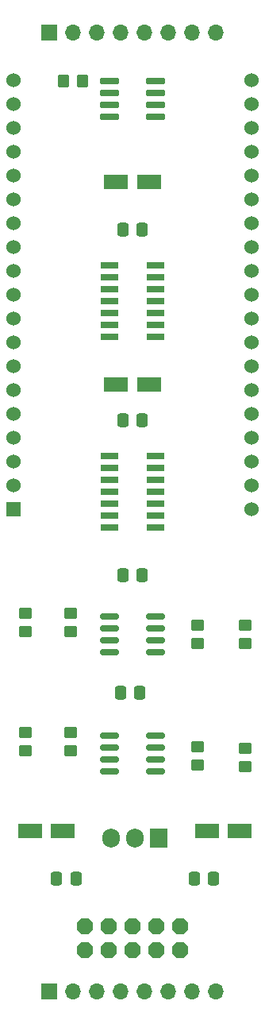
<source format=gbr>
%TF.GenerationSoftware,KiCad,Pcbnew,(6.0.10-0)*%
%TF.CreationDate,2023-01-30T15:13:09+10:30*%
%TF.ProjectId,BLE_Module,424c455f-4d6f-4647-956c-652e6b696361,rev?*%
%TF.SameCoordinates,Original*%
%TF.FileFunction,Soldermask,Top*%
%TF.FilePolarity,Negative*%
%FSLAX46Y46*%
G04 Gerber Fmt 4.6, Leading zero omitted, Abs format (unit mm)*
G04 Created by KiCad (PCBNEW (6.0.10-0)) date 2023-01-30 15:13:09*
%MOMM*%
%LPD*%
G01*
G04 APERTURE LIST*
G04 Aperture macros list*
%AMRoundRect*
0 Rectangle with rounded corners*
0 $1 Rounding radius*
0 $2 $3 $4 $5 $6 $7 $8 $9 X,Y pos of 4 corners*
0 Add a 4 corners polygon primitive as box body*
4,1,4,$2,$3,$4,$5,$6,$7,$8,$9,$2,$3,0*
0 Add four circle primitives for the rounded corners*
1,1,$1+$1,$2,$3*
1,1,$1+$1,$4,$5*
1,1,$1+$1,$6,$7*
1,1,$1+$1,$8,$9*
0 Add four rect primitives between the rounded corners*
20,1,$1+$1,$2,$3,$4,$5,0*
20,1,$1+$1,$4,$5,$6,$7,0*
20,1,$1+$1,$6,$7,$8,$9,0*
20,1,$1+$1,$8,$9,$2,$3,0*%
%AMFreePoly0*
4,1,25,0.375350,0.844196,0.387473,0.833842,0.833842,0.387473,0.862349,0.331525,0.863600,0.315631,0.863600,-0.315631,0.844196,-0.375350,0.833842,-0.387473,0.387473,-0.833842,0.331525,-0.862349,0.315631,-0.863600,-0.315631,-0.863600,-0.375350,-0.844196,-0.387473,-0.833842,-0.833842,-0.387473,-0.862349,-0.331525,-0.863600,-0.315631,-0.863600,0.315631,-0.844196,0.375350,-0.833842,0.387473,
-0.387473,0.833842,-0.331525,0.862349,-0.315631,0.863600,0.315631,0.863600,0.375350,0.844196,0.375350,0.844196,$1*%
G04 Aperture macros list end*
%ADD10R,1.700000X1.700000*%
%ADD11O,1.700000X1.700000*%
%ADD12RoundRect,0.250000X-0.450000X0.350000X-0.450000X-0.350000X0.450000X-0.350000X0.450000X0.350000X0*%
%ADD13RoundRect,0.250000X0.350000X0.450000X-0.350000X0.450000X-0.350000X-0.450000X0.350000X-0.450000X0*%
%ADD14R,2.500000X1.600000*%
%ADD15RoundRect,0.250000X0.450000X-0.350000X0.450000X0.350000X-0.450000X0.350000X-0.450000X-0.350000X0*%
%ADD16RoundRect,0.042000X-0.908000X-0.258000X0.908000X-0.258000X0.908000X0.258000X-0.908000X0.258000X0*%
%ADD17RoundRect,0.150000X-0.825000X-0.150000X0.825000X-0.150000X0.825000X0.150000X-0.825000X0.150000X0*%
%ADD18RoundRect,0.250000X0.337500X0.475000X-0.337500X0.475000X-0.337500X-0.475000X0.337500X-0.475000X0*%
%ADD19RoundRect,0.042000X-0.943000X-0.258000X0.943000X-0.258000X0.943000X0.258000X-0.943000X0.258000X0*%
%ADD20RoundRect,0.250000X-0.337500X-0.475000X0.337500X-0.475000X0.337500X0.475000X-0.337500X0.475000X0*%
%ADD21R,1.530000X1.530000*%
%ADD22C,1.530000*%
%ADD23FreePoly0,180.000000*%
%ADD24R,1.905000X2.000000*%
%ADD25O,1.905000X2.000000*%
G04 APERTURE END LIST*
D10*
%TO.C,J1*%
X8270000Y-1880000D03*
D11*
X10810000Y-1880000D03*
X13350000Y-1880000D03*
X15890000Y-1880000D03*
X18430000Y-1880000D03*
X20970000Y-1880000D03*
X23510000Y-1880000D03*
X26050000Y-1880000D03*
%TD*%
D12*
%TO.C,R6*%
X10525000Y-63770000D03*
X10525000Y-65770000D03*
%TD*%
D13*
%TO.C,R18*%
X11795000Y-7045000D03*
X9795000Y-7045000D03*
%TD*%
D14*
%TO.C,C3*%
X25105000Y-86995000D03*
X28605000Y-86995000D03*
%TD*%
D15*
%TO.C,R7*%
X29200000Y-80150872D03*
X29200000Y-78150872D03*
%TD*%
D16*
%TO.C,U2*%
X14690000Y-26670000D03*
X14690000Y-27940000D03*
X14690000Y-29210000D03*
X14690000Y-30480000D03*
X14690000Y-31750000D03*
X14690000Y-33020000D03*
X14690000Y-34290000D03*
X19600000Y-34290000D03*
X19600000Y-33020000D03*
X19600000Y-31750000D03*
X19600000Y-30480000D03*
X19600000Y-29210000D03*
X19600000Y-27940000D03*
X19600000Y-26670000D03*
%TD*%
D15*
%TO.C,R4*%
X5715000Y-65770000D03*
X5715000Y-63770000D03*
%TD*%
D17*
%TO.C,U6*%
X14670000Y-64135000D03*
X14670000Y-65405000D03*
X14670000Y-66675000D03*
X14670000Y-67945000D03*
X19620000Y-67945000D03*
X19620000Y-66675000D03*
X19620000Y-65405000D03*
X19620000Y-64135000D03*
%TD*%
D18*
%TO.C,C2*%
X18182500Y-43250000D03*
X16107500Y-43250000D03*
%TD*%
D15*
%TO.C,R5*%
X24120000Y-67040000D03*
X24120000Y-65040000D03*
%TD*%
D17*
%TO.C,U7*%
X14670000Y-76835000D03*
X14670000Y-78105000D03*
X14670000Y-79375000D03*
X14670000Y-80645000D03*
X19620000Y-80645000D03*
X19620000Y-79375000D03*
X19620000Y-78105000D03*
X19620000Y-76835000D03*
%TD*%
D16*
%TO.C,U3*%
X14690000Y-47060000D03*
X14690000Y-48330000D03*
X14690000Y-49600000D03*
X14690000Y-50870000D03*
X14690000Y-52140000D03*
X14690000Y-53410000D03*
X14690000Y-54680000D03*
X19600000Y-54680000D03*
X19600000Y-53410000D03*
X19600000Y-52140000D03*
X19600000Y-50870000D03*
X19600000Y-49600000D03*
X19600000Y-48330000D03*
X19600000Y-47060000D03*
%TD*%
D18*
%TO.C,C5*%
X18182500Y-59690000D03*
X16107500Y-59690000D03*
%TD*%
%TO.C,C10*%
X17921248Y-72280000D03*
X15846248Y-72280000D03*
%TD*%
D14*
%TO.C,C8*%
X9725000Y-86995000D03*
X6225000Y-86995000D03*
%TD*%
D19*
%TO.C,U13*%
X14675000Y-7055000D03*
X14675000Y-8325000D03*
X14675000Y-9595000D03*
X14675000Y-10865000D03*
X19615000Y-10865000D03*
X19615000Y-9595000D03*
X19615000Y-8325000D03*
X19615000Y-7055000D03*
%TD*%
D14*
%TO.C,C9*%
X15395000Y-39440000D03*
X18895000Y-39440000D03*
%TD*%
%TO.C,C4*%
X15395000Y-17850000D03*
X18895000Y-17850000D03*
%TD*%
D18*
%TO.C,C7*%
X11102500Y-92075000D03*
X9027500Y-92075000D03*
%TD*%
D10*
%TO.C,J2*%
X8270000Y-104115000D03*
D11*
X10810000Y-104115000D03*
X13350000Y-104115000D03*
X15890000Y-104115000D03*
X18430000Y-104115000D03*
X20970000Y-104115000D03*
X23510000Y-104115000D03*
X26050000Y-104115000D03*
%TD*%
D15*
%TO.C,R9*%
X24120000Y-80000872D03*
X24120000Y-78000872D03*
%TD*%
%TO.C,R8*%
X5715000Y-78470000D03*
X5715000Y-76470000D03*
%TD*%
D12*
%TO.C,R10*%
X10525000Y-76470000D03*
X10525000Y-78470000D03*
%TD*%
D18*
%TO.C,C1*%
X18182500Y-22910000D03*
X16107500Y-22910000D03*
%TD*%
D15*
%TO.C,R3*%
X29200000Y-67040000D03*
X29200000Y-65040000D03*
%TD*%
D20*
%TO.C,C6*%
X23727500Y-92085000D03*
X25802500Y-92085000D03*
%TD*%
D21*
%TO.C,U1*%
X4445000Y-52695000D03*
D22*
X4445000Y-50155000D03*
X4445000Y-47615000D03*
X4445000Y-45075000D03*
X4445000Y-42535000D03*
X4445000Y-39995000D03*
X4445000Y-37455000D03*
X4445000Y-34915000D03*
X4445000Y-32375000D03*
X4445000Y-29835000D03*
X4445000Y-27295000D03*
X4445000Y-24755000D03*
X4445000Y-22215000D03*
X4445000Y-19675000D03*
X4445000Y-17135000D03*
X4445000Y-14595000D03*
X4445000Y-12055000D03*
X4445000Y-9515000D03*
X4445000Y-6975000D03*
X29845000Y-6975000D03*
X29845000Y-9515000D03*
X29845000Y-12055000D03*
X29845000Y-14595000D03*
X29845000Y-17135000D03*
X29845000Y-19675000D03*
X29845000Y-22215000D03*
X29845000Y-24755000D03*
X29845000Y-27295000D03*
X29845000Y-29835000D03*
X29845000Y-32375000D03*
X29845000Y-34915000D03*
X29845000Y-37455000D03*
X29845000Y-39995000D03*
X29845000Y-42535000D03*
X29845000Y-45075000D03*
X29845000Y-47615000D03*
X29845000Y-50155000D03*
X29845000Y-52695000D03*
%TD*%
D23*
%TO.C,CON1*%
X22225000Y-99695000D03*
X22225000Y-97155000D03*
X19685000Y-99695000D03*
X19685000Y-97155000D03*
X17145000Y-99695000D03*
X17145000Y-97155000D03*
X14605000Y-99695000D03*
X14605000Y-97155000D03*
X12065000Y-99695000D03*
X12065000Y-97155000D03*
%TD*%
D24*
%TO.C,U5*%
X19955000Y-87760000D03*
D25*
X17415000Y-87760000D03*
X14875000Y-87760000D03*
%TD*%
M02*

</source>
